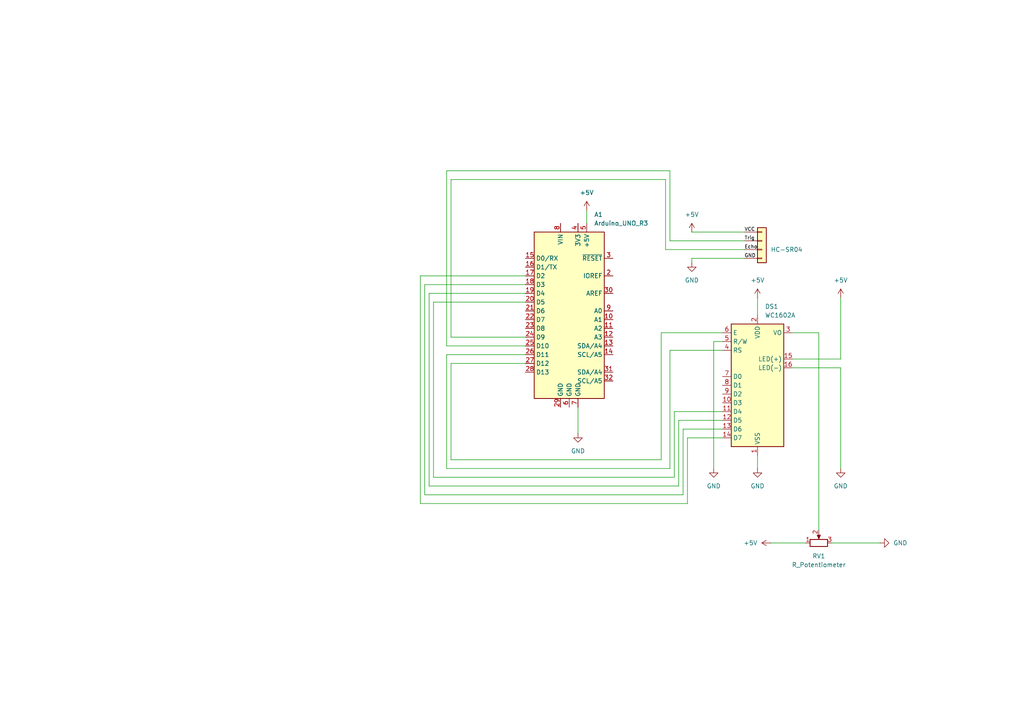
<source format=kicad_sch>
(kicad_sch
	(version 20250114)
	(generator "eeschema")
	(generator_version "9.0")
	(uuid "130d3a1e-101d-439f-b541-be256af67401")
	(paper "A4")
	(title_block
		(title "Gesture Volume Control Paun Flavius Ionut")
		(date "2026-01-30")
	)
	(lib_symbols
		(symbol "Connector_Generic:Conn_01x04"
			(pin_numbers
				(hide yes)
			)
			(pin_names
				(offset 1.016)
				(hide yes)
			)
			(exclude_from_sim no)
			(in_bom yes)
			(on_board yes)
			(property "Reference" "J"
				(at 0 5.08 0)
				(effects
					(font
						(size 1.27 1.27)
					)
				)
			)
			(property "Value" "Conn_01x04"
				(at 0 -7.62 0)
				(effects
					(font
						(size 1.27 1.27)
					)
				)
			)
			(property "Footprint" ""
				(at 0 0 0)
				(effects
					(font
						(size 1.27 1.27)
					)
					(hide yes)
				)
			)
			(property "Datasheet" "~"
				(at 0 0 0)
				(effects
					(font
						(size 1.27 1.27)
					)
					(hide yes)
				)
			)
			(property "Description" "Generic connector, single row, 01x04, script generated (kicad-library-utils/schlib/autogen/connector/)"
				(at 0 0 0)
				(effects
					(font
						(size 1.27 1.27)
					)
					(hide yes)
				)
			)
			(property "ki_keywords" "connector"
				(at 0 0 0)
				(effects
					(font
						(size 1.27 1.27)
					)
					(hide yes)
				)
			)
			(property "ki_fp_filters" "Connector*:*_1x??_*"
				(at 0 0 0)
				(effects
					(font
						(size 1.27 1.27)
					)
					(hide yes)
				)
			)
			(symbol "Conn_01x04_1_1"
				(rectangle
					(start -1.27 3.81)
					(end 1.27 -6.35)
					(stroke
						(width 0.254)
						(type default)
					)
					(fill
						(type background)
					)
				)
				(rectangle
					(start -1.27 2.667)
					(end 0 2.413)
					(stroke
						(width 0.1524)
						(type default)
					)
					(fill
						(type none)
					)
				)
				(rectangle
					(start -1.27 0.127)
					(end 0 -0.127)
					(stroke
						(width 0.1524)
						(type default)
					)
					(fill
						(type none)
					)
				)
				(rectangle
					(start -1.27 -2.413)
					(end 0 -2.667)
					(stroke
						(width 0.1524)
						(type default)
					)
					(fill
						(type none)
					)
				)
				(rectangle
					(start -1.27 -4.953)
					(end 0 -5.207)
					(stroke
						(width 0.1524)
						(type default)
					)
					(fill
						(type none)
					)
				)
				(pin passive line
					(at -5.08 2.54 0)
					(length 3.81)
					(name "Pin_1"
						(effects
							(font
								(size 1.27 1.27)
							)
						)
					)
					(number "1"
						(effects
							(font
								(size 1.27 1.27)
							)
						)
					)
				)
				(pin passive line
					(at -5.08 0 0)
					(length 3.81)
					(name "Pin_2"
						(effects
							(font
								(size 1.27 1.27)
							)
						)
					)
					(number "2"
						(effects
							(font
								(size 1.27 1.27)
							)
						)
					)
				)
				(pin passive line
					(at -5.08 -2.54 0)
					(length 3.81)
					(name "Pin_3"
						(effects
							(font
								(size 1.27 1.27)
							)
						)
					)
					(number "3"
						(effects
							(font
								(size 1.27 1.27)
							)
						)
					)
				)
				(pin passive line
					(at -5.08 -5.08 0)
					(length 3.81)
					(name "Pin_4"
						(effects
							(font
								(size 1.27 1.27)
							)
						)
					)
					(number "4"
						(effects
							(font
								(size 1.27 1.27)
							)
						)
					)
				)
			)
			(embedded_fonts no)
		)
		(symbol "Device:R_Potentiometer"
			(pin_names
				(offset 1.016)
				(hide yes)
			)
			(exclude_from_sim no)
			(in_bom yes)
			(on_board yes)
			(property "Reference" "RV"
				(at -4.445 0 90)
				(effects
					(font
						(size 1.27 1.27)
					)
				)
			)
			(property "Value" "R_Potentiometer"
				(at -2.54 0 90)
				(effects
					(font
						(size 1.27 1.27)
					)
				)
			)
			(property "Footprint" ""
				(at 0 0 0)
				(effects
					(font
						(size 1.27 1.27)
					)
					(hide yes)
				)
			)
			(property "Datasheet" "~"
				(at 0 0 0)
				(effects
					(font
						(size 1.27 1.27)
					)
					(hide yes)
				)
			)
			(property "Description" "Potentiometer"
				(at 0 0 0)
				(effects
					(font
						(size 1.27 1.27)
					)
					(hide yes)
				)
			)
			(property "ki_keywords" "resistor variable"
				(at 0 0 0)
				(effects
					(font
						(size 1.27 1.27)
					)
					(hide yes)
				)
			)
			(property "ki_fp_filters" "Potentiometer*"
				(at 0 0 0)
				(effects
					(font
						(size 1.27 1.27)
					)
					(hide yes)
				)
			)
			(symbol "R_Potentiometer_0_1"
				(rectangle
					(start 1.016 2.54)
					(end -1.016 -2.54)
					(stroke
						(width 0.254)
						(type default)
					)
					(fill
						(type none)
					)
				)
				(polyline
					(pts
						(xy 1.143 0) (xy 2.286 0.508) (xy 2.286 -0.508) (xy 1.143 0)
					)
					(stroke
						(width 0)
						(type default)
					)
					(fill
						(type outline)
					)
				)
				(polyline
					(pts
						(xy 2.54 0) (xy 1.524 0)
					)
					(stroke
						(width 0)
						(type default)
					)
					(fill
						(type none)
					)
				)
			)
			(symbol "R_Potentiometer_1_1"
				(pin passive line
					(at 0 3.81 270)
					(length 1.27)
					(name "1"
						(effects
							(font
								(size 1.27 1.27)
							)
						)
					)
					(number "1"
						(effects
							(font
								(size 1.27 1.27)
							)
						)
					)
				)
				(pin passive line
					(at 0 -3.81 90)
					(length 1.27)
					(name "3"
						(effects
							(font
								(size 1.27 1.27)
							)
						)
					)
					(number "3"
						(effects
							(font
								(size 1.27 1.27)
							)
						)
					)
				)
				(pin passive line
					(at 3.81 0 180)
					(length 1.27)
					(name "2"
						(effects
							(font
								(size 1.27 1.27)
							)
						)
					)
					(number "2"
						(effects
							(font
								(size 1.27 1.27)
							)
						)
					)
				)
			)
			(embedded_fonts no)
		)
		(symbol "Display_Character:WC1602A"
			(exclude_from_sim no)
			(in_bom yes)
			(on_board yes)
			(property "Reference" "DS"
				(at -5.842 19.05 0)
				(effects
					(font
						(size 1.27 1.27)
					)
				)
			)
			(property "Value" "WC1602A"
				(at 5.334 19.05 0)
				(effects
					(font
						(size 1.27 1.27)
					)
				)
			)
			(property "Footprint" "Display:WC1602A"
				(at 0 -22.86 0)
				(effects
					(font
						(size 1.27 1.27)
						(italic yes)
					)
					(hide yes)
				)
			)
			(property "Datasheet" "http://www.wincomlcd.com/pdf/WC1602A-SFYLYHTC06.pdf"
				(at 17.78 0 0)
				(effects
					(font
						(size 1.27 1.27)
					)
					(hide yes)
				)
			)
			(property "Description" "LCD 16x2 Alphanumeric , 8 bit parallel bus, 5V VDD"
				(at 0 0 0)
				(effects
					(font
						(size 1.27 1.27)
					)
					(hide yes)
				)
			)
			(property "ki_keywords" "display LCD dot-matrix"
				(at 0 0 0)
				(effects
					(font
						(size 1.27 1.27)
					)
					(hide yes)
				)
			)
			(property "ki_fp_filters" "*WC*1602A*"
				(at 0 0 0)
				(effects
					(font
						(size 1.27 1.27)
					)
					(hide yes)
				)
			)
			(symbol "WC1602A_1_1"
				(rectangle
					(start -7.62 17.78)
					(end 7.62 -17.78)
					(stroke
						(width 0.254)
						(type default)
					)
					(fill
						(type background)
					)
				)
				(pin input line
					(at -10.16 15.24 0)
					(length 2.54)
					(name "E"
						(effects
							(font
								(size 1.27 1.27)
							)
						)
					)
					(number "6"
						(effects
							(font
								(size 1.27 1.27)
							)
						)
					)
				)
				(pin input line
					(at -10.16 12.7 0)
					(length 2.54)
					(name "R/W"
						(effects
							(font
								(size 1.27 1.27)
							)
						)
					)
					(number "5"
						(effects
							(font
								(size 1.27 1.27)
							)
						)
					)
				)
				(pin input line
					(at -10.16 10.16 0)
					(length 2.54)
					(name "RS"
						(effects
							(font
								(size 1.27 1.27)
							)
						)
					)
					(number "4"
						(effects
							(font
								(size 1.27 1.27)
							)
						)
					)
				)
				(pin input line
					(at -10.16 2.54 0)
					(length 2.54)
					(name "D0"
						(effects
							(font
								(size 1.27 1.27)
							)
						)
					)
					(number "7"
						(effects
							(font
								(size 1.27 1.27)
							)
						)
					)
				)
				(pin input line
					(at -10.16 0 0)
					(length 2.54)
					(name "D1"
						(effects
							(font
								(size 1.27 1.27)
							)
						)
					)
					(number "8"
						(effects
							(font
								(size 1.27 1.27)
							)
						)
					)
				)
				(pin input line
					(at -10.16 -2.54 0)
					(length 2.54)
					(name "D2"
						(effects
							(font
								(size 1.27 1.27)
							)
						)
					)
					(number "9"
						(effects
							(font
								(size 1.27 1.27)
							)
						)
					)
				)
				(pin input line
					(at -10.16 -5.08 0)
					(length 2.54)
					(name "D3"
						(effects
							(font
								(size 1.27 1.27)
							)
						)
					)
					(number "10"
						(effects
							(font
								(size 1.27 1.27)
							)
						)
					)
				)
				(pin input line
					(at -10.16 -7.62 0)
					(length 2.54)
					(name "D4"
						(effects
							(font
								(size 1.27 1.27)
							)
						)
					)
					(number "11"
						(effects
							(font
								(size 1.27 1.27)
							)
						)
					)
				)
				(pin input line
					(at -10.16 -10.16 0)
					(length 2.54)
					(name "D5"
						(effects
							(font
								(size 1.27 1.27)
							)
						)
					)
					(number "12"
						(effects
							(font
								(size 1.27 1.27)
							)
						)
					)
				)
				(pin input line
					(at -10.16 -12.7 0)
					(length 2.54)
					(name "D6"
						(effects
							(font
								(size 1.27 1.27)
							)
						)
					)
					(number "13"
						(effects
							(font
								(size 1.27 1.27)
							)
						)
					)
				)
				(pin input line
					(at -10.16 -15.24 0)
					(length 2.54)
					(name "D7"
						(effects
							(font
								(size 1.27 1.27)
							)
						)
					)
					(number "14"
						(effects
							(font
								(size 1.27 1.27)
							)
						)
					)
				)
				(pin power_in line
					(at 0 20.32 270)
					(length 2.54)
					(name "VDD"
						(effects
							(font
								(size 1.27 1.27)
							)
						)
					)
					(number "2"
						(effects
							(font
								(size 1.27 1.27)
							)
						)
					)
				)
				(pin power_in line
					(at 0 -20.32 90)
					(length 2.54)
					(name "VSS"
						(effects
							(font
								(size 1.27 1.27)
							)
						)
					)
					(number "1"
						(effects
							(font
								(size 1.27 1.27)
							)
						)
					)
				)
				(pin input line
					(at 10.16 15.24 180)
					(length 2.54)
					(name "VO"
						(effects
							(font
								(size 1.27 1.27)
							)
						)
					)
					(number "3"
						(effects
							(font
								(size 1.27 1.27)
							)
						)
					)
				)
				(pin power_in line
					(at 10.16 7.62 180)
					(length 2.54)
					(name "LED(+)"
						(effects
							(font
								(size 1.27 1.27)
							)
						)
					)
					(number "15"
						(effects
							(font
								(size 1.27 1.27)
							)
						)
					)
				)
				(pin power_in line
					(at 10.16 5.08 180)
					(length 2.54)
					(name "LED(-)"
						(effects
							(font
								(size 1.27 1.27)
							)
						)
					)
					(number "16"
						(effects
							(font
								(size 1.27 1.27)
							)
						)
					)
				)
			)
			(embedded_fonts no)
		)
		(symbol "MCU_Module:Arduino_UNO_R3"
			(exclude_from_sim no)
			(in_bom yes)
			(on_board yes)
			(property "Reference" "A"
				(at -10.16 23.495 0)
				(effects
					(font
						(size 1.27 1.27)
					)
					(justify left bottom)
				)
			)
			(property "Value" "Arduino_UNO_R3"
				(at 5.08 -26.67 0)
				(effects
					(font
						(size 1.27 1.27)
					)
					(justify left top)
				)
			)
			(property "Footprint" "Module:Arduino_UNO_R3"
				(at 0 0 0)
				(effects
					(font
						(size 1.27 1.27)
						(italic yes)
					)
					(hide yes)
				)
			)
			(property "Datasheet" "https://www.arduino.cc/en/Main/arduinoBoardUno"
				(at 0 0 0)
				(effects
					(font
						(size 1.27 1.27)
					)
					(hide yes)
				)
			)
			(property "Description" "Arduino UNO Microcontroller Module, release 3"
				(at 0 0 0)
				(effects
					(font
						(size 1.27 1.27)
					)
					(hide yes)
				)
			)
			(property "ki_keywords" "Arduino UNO R3 Microcontroller Module Atmel AVR USB"
				(at 0 0 0)
				(effects
					(font
						(size 1.27 1.27)
					)
					(hide yes)
				)
			)
			(property "ki_fp_filters" "Arduino*UNO*R3*"
				(at 0 0 0)
				(effects
					(font
						(size 1.27 1.27)
					)
					(hide yes)
				)
			)
			(symbol "Arduino_UNO_R3_0_1"
				(rectangle
					(start -10.16 22.86)
					(end 10.16 -25.4)
					(stroke
						(width 0.254)
						(type default)
					)
					(fill
						(type background)
					)
				)
			)
			(symbol "Arduino_UNO_R3_1_1"
				(pin bidirectional line
					(at -12.7 15.24 0)
					(length 2.54)
					(name "D0/RX"
						(effects
							(font
								(size 1.27 1.27)
							)
						)
					)
					(number "15"
						(effects
							(font
								(size 1.27 1.27)
							)
						)
					)
				)
				(pin bidirectional line
					(at -12.7 12.7 0)
					(length 2.54)
					(name "D1/TX"
						(effects
							(font
								(size 1.27 1.27)
							)
						)
					)
					(number "16"
						(effects
							(font
								(size 1.27 1.27)
							)
						)
					)
				)
				(pin bidirectional line
					(at -12.7 10.16 0)
					(length 2.54)
					(name "D2"
						(effects
							(font
								(size 1.27 1.27)
							)
						)
					)
					(number "17"
						(effects
							(font
								(size 1.27 1.27)
							)
						)
					)
				)
				(pin bidirectional line
					(at -12.7 7.62 0)
					(length 2.54)
					(name "D3"
						(effects
							(font
								(size 1.27 1.27)
							)
						)
					)
					(number "18"
						(effects
							(font
								(size 1.27 1.27)
							)
						)
					)
				)
				(pin bidirectional line
					(at -12.7 5.08 0)
					(length 2.54)
					(name "D4"
						(effects
							(font
								(size 1.27 1.27)
							)
						)
					)
					(number "19"
						(effects
							(font
								(size 1.27 1.27)
							)
						)
					)
				)
				(pin bidirectional line
					(at -12.7 2.54 0)
					(length 2.54)
					(name "D5"
						(effects
							(font
								(size 1.27 1.27)
							)
						)
					)
					(number "20"
						(effects
							(font
								(size 1.27 1.27)
							)
						)
					)
				)
				(pin bidirectional line
					(at -12.7 0 0)
					(length 2.54)
					(name "D6"
						(effects
							(font
								(size 1.27 1.27)
							)
						)
					)
					(number "21"
						(effects
							(font
								(size 1.27 1.27)
							)
						)
					)
				)
				(pin bidirectional line
					(at -12.7 -2.54 0)
					(length 2.54)
					(name "D7"
						(effects
							(font
								(size 1.27 1.27)
							)
						)
					)
					(number "22"
						(effects
							(font
								(size 1.27 1.27)
							)
						)
					)
				)
				(pin bidirectional line
					(at -12.7 -5.08 0)
					(length 2.54)
					(name "D8"
						(effects
							(font
								(size 1.27 1.27)
							)
						)
					)
					(number "23"
						(effects
							(font
								(size 1.27 1.27)
							)
						)
					)
				)
				(pin bidirectional line
					(at -12.7 -7.62 0)
					(length 2.54)
					(name "D9"
						(effects
							(font
								(size 1.27 1.27)
							)
						)
					)
					(number "24"
						(effects
							(font
								(size 1.27 1.27)
							)
						)
					)
				)
				(pin bidirectional line
					(at -12.7 -10.16 0)
					(length 2.54)
					(name "D10"
						(effects
							(font
								(size 1.27 1.27)
							)
						)
					)
					(number "25"
						(effects
							(font
								(size 1.27 1.27)
							)
						)
					)
				)
				(pin bidirectional line
					(at -12.7 -12.7 0)
					(length 2.54)
					(name "D11"
						(effects
							(font
								(size 1.27 1.27)
							)
						)
					)
					(number "26"
						(effects
							(font
								(size 1.27 1.27)
							)
						)
					)
				)
				(pin bidirectional line
					(at -12.7 -15.24 0)
					(length 2.54)
					(name "D12"
						(effects
							(font
								(size 1.27 1.27)
							)
						)
					)
					(number "27"
						(effects
							(font
								(size 1.27 1.27)
							)
						)
					)
				)
				(pin bidirectional line
					(at -12.7 -17.78 0)
					(length 2.54)
					(name "D13"
						(effects
							(font
								(size 1.27 1.27)
							)
						)
					)
					(number "28"
						(effects
							(font
								(size 1.27 1.27)
							)
						)
					)
				)
				(pin no_connect line
					(at -10.16 -20.32 0)
					(length 2.54)
					(hide yes)
					(name "NC"
						(effects
							(font
								(size 1.27 1.27)
							)
						)
					)
					(number "1"
						(effects
							(font
								(size 1.27 1.27)
							)
						)
					)
				)
				(pin power_in line
					(at -2.54 25.4 270)
					(length 2.54)
					(name "VIN"
						(effects
							(font
								(size 1.27 1.27)
							)
						)
					)
					(number "8"
						(effects
							(font
								(size 1.27 1.27)
							)
						)
					)
				)
				(pin power_in line
					(at -2.54 -27.94 90)
					(length 2.54)
					(name "GND"
						(effects
							(font
								(size 1.27 1.27)
							)
						)
					)
					(number "29"
						(effects
							(font
								(size 1.27 1.27)
							)
						)
					)
				)
				(pin power_in line
					(at 0 -27.94 90)
					(length 2.54)
					(name "GND"
						(effects
							(font
								(size 1.27 1.27)
							)
						)
					)
					(number "6"
						(effects
							(font
								(size 1.27 1.27)
							)
						)
					)
				)
				(pin power_out line
					(at 2.54 25.4 270)
					(length 2.54)
					(name "3V3"
						(effects
							(font
								(size 1.27 1.27)
							)
						)
					)
					(number "4"
						(effects
							(font
								(size 1.27 1.27)
							)
						)
					)
				)
				(pin power_in line
					(at 2.54 -27.94 90)
					(length 2.54)
					(name "GND"
						(effects
							(font
								(size 1.27 1.27)
							)
						)
					)
					(number "7"
						(effects
							(font
								(size 1.27 1.27)
							)
						)
					)
				)
				(pin power_out line
					(at 5.08 25.4 270)
					(length 2.54)
					(name "+5V"
						(effects
							(font
								(size 1.27 1.27)
							)
						)
					)
					(number "5"
						(effects
							(font
								(size 1.27 1.27)
							)
						)
					)
				)
				(pin input line
					(at 12.7 15.24 180)
					(length 2.54)
					(name "~{RESET}"
						(effects
							(font
								(size 1.27 1.27)
							)
						)
					)
					(number "3"
						(effects
							(font
								(size 1.27 1.27)
							)
						)
					)
				)
				(pin output line
					(at 12.7 10.16 180)
					(length 2.54)
					(name "IOREF"
						(effects
							(font
								(size 1.27 1.27)
							)
						)
					)
					(number "2"
						(effects
							(font
								(size 1.27 1.27)
							)
						)
					)
				)
				(pin input line
					(at 12.7 5.08 180)
					(length 2.54)
					(name "AREF"
						(effects
							(font
								(size 1.27 1.27)
							)
						)
					)
					(number "30"
						(effects
							(font
								(size 1.27 1.27)
							)
						)
					)
				)
				(pin bidirectional line
					(at 12.7 0 180)
					(length 2.54)
					(name "A0"
						(effects
							(font
								(size 1.27 1.27)
							)
						)
					)
					(number "9"
						(effects
							(font
								(size 1.27 1.27)
							)
						)
					)
				)
				(pin bidirectional line
					(at 12.7 -2.54 180)
					(length 2.54)
					(name "A1"
						(effects
							(font
								(size 1.27 1.27)
							)
						)
					)
					(number "10"
						(effects
							(font
								(size 1.27 1.27)
							)
						)
					)
				)
				(pin bidirectional line
					(at 12.7 -5.08 180)
					(length 2.54)
					(name "A2"
						(effects
							(font
								(size 1.27 1.27)
							)
						)
					)
					(number "11"
						(effects
							(font
								(size 1.27 1.27)
							)
						)
					)
				)
				(pin bidirectional line
					(at 12.7 -7.62 180)
					(length 2.54)
					(name "A3"
						(effects
							(font
								(size 1.27 1.27)
							)
						)
					)
					(number "12"
						(effects
							(font
								(size 1.27 1.27)
							)
						)
					)
				)
				(pin bidirectional line
					(at 12.7 -10.16 180)
					(length 2.54)
					(name "SDA/A4"
						(effects
							(font
								(size 1.27 1.27)
							)
						)
					)
					(number "13"
						(effects
							(font
								(size 1.27 1.27)
							)
						)
					)
				)
				(pin bidirectional line
					(at 12.7 -12.7 180)
					(length 2.54)
					(name "SCL/A5"
						(effects
							(font
								(size 1.27 1.27)
							)
						)
					)
					(number "14"
						(effects
							(font
								(size 1.27 1.27)
							)
						)
					)
				)
				(pin bidirectional line
					(at 12.7 -17.78 180)
					(length 2.54)
					(name "SDA/A4"
						(effects
							(font
								(size 1.27 1.27)
							)
						)
					)
					(number "31"
						(effects
							(font
								(size 1.27 1.27)
							)
						)
					)
				)
				(pin bidirectional line
					(at 12.7 -20.32 180)
					(length 2.54)
					(name "SCL/A5"
						(effects
							(font
								(size 1.27 1.27)
							)
						)
					)
					(number "32"
						(effects
							(font
								(size 1.27 1.27)
							)
						)
					)
				)
			)
			(embedded_fonts no)
		)
		(symbol "power:+5V"
			(power)
			(pin_numbers
				(hide yes)
			)
			(pin_names
				(offset 0)
				(hide yes)
			)
			(exclude_from_sim no)
			(in_bom yes)
			(on_board yes)
			(property "Reference" "#PWR"
				(at 0 -3.81 0)
				(effects
					(font
						(size 1.27 1.27)
					)
					(hide yes)
				)
			)
			(property "Value" "+5V"
				(at 0 3.556 0)
				(effects
					(font
						(size 1.27 1.27)
					)
				)
			)
			(property "Footprint" ""
				(at 0 0 0)
				(effects
					(font
						(size 1.27 1.27)
					)
					(hide yes)
				)
			)
			(property "Datasheet" ""
				(at 0 0 0)
				(effects
					(font
						(size 1.27 1.27)
					)
					(hide yes)
				)
			)
			(property "Description" "Power symbol creates a global label with name \"+5V\""
				(at 0 0 0)
				(effects
					(font
						(size 1.27 1.27)
					)
					(hide yes)
				)
			)
			(property "ki_keywords" "global power"
				(at 0 0 0)
				(effects
					(font
						(size 1.27 1.27)
					)
					(hide yes)
				)
			)
			(symbol "+5V_0_1"
				(polyline
					(pts
						(xy -0.762 1.27) (xy 0 2.54)
					)
					(stroke
						(width 0)
						(type default)
					)
					(fill
						(type none)
					)
				)
				(polyline
					(pts
						(xy 0 2.54) (xy 0.762 1.27)
					)
					(stroke
						(width 0)
						(type default)
					)
					(fill
						(type none)
					)
				)
				(polyline
					(pts
						(xy 0 0) (xy 0 2.54)
					)
					(stroke
						(width 0)
						(type default)
					)
					(fill
						(type none)
					)
				)
			)
			(symbol "+5V_1_1"
				(pin power_in line
					(at 0 0 90)
					(length 0)
					(name "~"
						(effects
							(font
								(size 1.27 1.27)
							)
						)
					)
					(number "1"
						(effects
							(font
								(size 1.27 1.27)
							)
						)
					)
				)
			)
			(embedded_fonts no)
		)
		(symbol "power:GND"
			(power)
			(pin_numbers
				(hide yes)
			)
			(pin_names
				(offset 0)
				(hide yes)
			)
			(exclude_from_sim no)
			(in_bom yes)
			(on_board yes)
			(property "Reference" "#PWR"
				(at 0 -6.35 0)
				(effects
					(font
						(size 1.27 1.27)
					)
					(hide yes)
				)
			)
			(property "Value" "GND"
				(at 0 -3.81 0)
				(effects
					(font
						(size 1.27 1.27)
					)
				)
			)
			(property "Footprint" ""
				(at 0 0 0)
				(effects
					(font
						(size 1.27 1.27)
					)
					(hide yes)
				)
			)
			(property "Datasheet" ""
				(at 0 0 0)
				(effects
					(font
						(size 1.27 1.27)
					)
					(hide yes)
				)
			)
			(property "Description" "Power symbol creates a global label with name \"GND\" , ground"
				(at 0 0 0)
				(effects
					(font
						(size 1.27 1.27)
					)
					(hide yes)
				)
			)
			(property "ki_keywords" "global power"
				(at 0 0 0)
				(effects
					(font
						(size 1.27 1.27)
					)
					(hide yes)
				)
			)
			(symbol "GND_0_1"
				(polyline
					(pts
						(xy 0 0) (xy 0 -1.27) (xy 1.27 -1.27) (xy 0 -2.54) (xy -1.27 -1.27) (xy 0 -1.27)
					)
					(stroke
						(width 0)
						(type default)
					)
					(fill
						(type none)
					)
				)
			)
			(symbol "GND_1_1"
				(pin power_in line
					(at 0 0 270)
					(length 0)
					(name "~"
						(effects
							(font
								(size 1.27 1.27)
							)
						)
					)
					(number "1"
						(effects
							(font
								(size 1.27 1.27)
							)
						)
					)
				)
			)
			(embedded_fonts no)
		)
	)
	(wire
		(pts
			(xy 125.73 87.63) (xy 152.4 87.63)
		)
		(stroke
			(width 0)
			(type default)
		)
		(uuid "03aacf40-d59c-4ff0-9ec3-5f06f58fdfb3")
	)
	(wire
		(pts
			(xy 219.71 86.36) (xy 219.71 91.44)
		)
		(stroke
			(width 0)
			(type default)
		)
		(uuid "0ad4561b-77cf-4116-b536-4c7a7c12c37f")
	)
	(wire
		(pts
			(xy 123.19 82.55) (xy 152.4 82.55)
		)
		(stroke
			(width 0)
			(type default)
		)
		(uuid "0f1eeef1-dcd0-4a0e-8d02-8ec1553a3dd2")
	)
	(wire
		(pts
			(xy 243.84 106.68) (xy 243.84 135.89)
		)
		(stroke
			(width 0)
			(type default)
		)
		(uuid "10599b8d-e67b-4ba7-a038-8aaef9c02145")
	)
	(wire
		(pts
			(xy 198.12 124.46) (xy 198.12 143.51)
		)
		(stroke
			(width 0)
			(type default)
		)
		(uuid "140381f2-41ec-4c9e-bc14-4802a16002b0")
	)
	(wire
		(pts
			(xy 223.52 157.48) (xy 233.68 157.48)
		)
		(stroke
			(width 0)
			(type default)
		)
		(uuid "246d4661-b3e0-4891-a340-7190c98ec506")
	)
	(wire
		(pts
			(xy 229.87 104.14) (xy 243.84 104.14)
		)
		(stroke
			(width 0)
			(type default)
		)
		(uuid "27971b99-0609-4c62-a3dd-9a764630b9f8")
	)
	(wire
		(pts
			(xy 215.9 69.85) (xy 194.31 69.85)
		)
		(stroke
			(width 0)
			(type default)
		)
		(uuid "29a18854-eab3-4efd-8763-8ab49d0fdb4d")
	)
	(wire
		(pts
			(xy 198.12 143.51) (xy 123.19 143.51)
		)
		(stroke
			(width 0)
			(type default)
		)
		(uuid "2ac0a44d-62fa-4bd1-9360-bddaf8f10225")
	)
	(wire
		(pts
			(xy 194.31 69.85) (xy 194.31 49.53)
		)
		(stroke
			(width 0)
			(type default)
		)
		(uuid "2f274fcf-31a1-4506-93e2-4218cd711863")
	)
	(wire
		(pts
			(xy 196.85 121.92) (xy 196.85 140.97)
		)
		(stroke
			(width 0)
			(type default)
		)
		(uuid "302c0816-79af-4beb-bf4f-885571f4f3ea")
	)
	(wire
		(pts
			(xy 125.73 138.43) (xy 125.73 87.63)
		)
		(stroke
			(width 0)
			(type default)
		)
		(uuid "35348566-eddb-4c56-9505-e1d8cd1747b6")
	)
	(wire
		(pts
			(xy 209.55 124.46) (xy 198.12 124.46)
		)
		(stroke
			(width 0)
			(type default)
		)
		(uuid "356f7583-a85c-4878-869e-78df943dc413")
	)
	(wire
		(pts
			(xy 209.55 121.92) (xy 196.85 121.92)
		)
		(stroke
			(width 0)
			(type default)
		)
		(uuid "43ac8c79-8c78-437e-b6ae-707516559c21")
	)
	(wire
		(pts
			(xy 196.85 140.97) (xy 124.46 140.97)
		)
		(stroke
			(width 0)
			(type default)
		)
		(uuid "46db3919-5f6a-443e-a5d9-39bebaed31f8")
	)
	(wire
		(pts
			(xy 195.58 119.38) (xy 195.58 138.43)
		)
		(stroke
			(width 0)
			(type default)
		)
		(uuid "4c128ca0-8ba8-49d7-942e-3fd562fa7a93")
	)
	(wire
		(pts
			(xy 243.84 104.14) (xy 243.84 86.36)
		)
		(stroke
			(width 0)
			(type default)
		)
		(uuid "532da420-b718-4484-be6c-c3b07bdfd5ab")
	)
	(wire
		(pts
			(xy 170.18 64.77) (xy 170.18 60.96)
		)
		(stroke
			(width 0)
			(type default)
		)
		(uuid "57b3712f-1f94-4d47-a4e2-1e2179106728")
	)
	(wire
		(pts
			(xy 130.81 52.07) (xy 130.81 97.79)
		)
		(stroke
			(width 0)
			(type default)
		)
		(uuid "5bf40c35-d4de-4c3c-a8dc-c61b084a6ee8")
	)
	(wire
		(pts
			(xy 191.77 96.52) (xy 191.77 133.35)
		)
		(stroke
			(width 0)
			(type default)
		)
		(uuid "5fae63ce-18ce-4c56-b380-8dfa3bd219f0")
	)
	(wire
		(pts
			(xy 123.19 143.51) (xy 123.19 82.55)
		)
		(stroke
			(width 0)
			(type default)
		)
		(uuid "68bd87fe-0c37-4bdf-9966-64a8f72de023")
	)
	(wire
		(pts
			(xy 130.81 97.79) (xy 152.4 97.79)
		)
		(stroke
			(width 0)
			(type default)
		)
		(uuid "69aa243f-631c-4c03-81bf-8fa9080a7e0f")
	)
	(wire
		(pts
			(xy 200.66 67.31) (xy 215.9 67.31)
		)
		(stroke
			(width 0)
			(type default)
		)
		(uuid "71cedeac-e196-4641-9044-95a95898ee96")
	)
	(wire
		(pts
			(xy 207.01 99.06) (xy 207.01 135.89)
		)
		(stroke
			(width 0)
			(type default)
		)
		(uuid "73c7d9e0-1566-4f5b-bb72-e84f4c297759")
	)
	(wire
		(pts
			(xy 121.92 146.05) (xy 121.92 80.01)
		)
		(stroke
			(width 0)
			(type default)
		)
		(uuid "763264df-fd31-4bb5-86d6-281df81a288d")
	)
	(wire
		(pts
			(xy 129.54 49.53) (xy 129.54 100.33)
		)
		(stroke
			(width 0)
			(type default)
		)
		(uuid "8033e2f5-35f4-4321-af7c-c48a6ce2ef7d")
	)
	(wire
		(pts
			(xy 229.87 106.68) (xy 243.84 106.68)
		)
		(stroke
			(width 0)
			(type default)
		)
		(uuid "84f7b901-12f6-4b8a-be49-5203b419cc92")
	)
	(wire
		(pts
			(xy 193.04 72.39) (xy 193.04 52.07)
		)
		(stroke
			(width 0)
			(type default)
		)
		(uuid "87e9d5a9-fa4f-41ee-95a8-8d1295d945ea")
	)
	(wire
		(pts
			(xy 124.46 85.09) (xy 152.4 85.09)
		)
		(stroke
			(width 0)
			(type default)
		)
		(uuid "88eb0464-b614-44fb-9b4a-97267023c6ea")
	)
	(wire
		(pts
			(xy 200.66 74.93) (xy 215.9 74.93)
		)
		(stroke
			(width 0)
			(type default)
		)
		(uuid "8f8988cc-15b7-47df-8200-6036b00e9ac2")
	)
	(wire
		(pts
			(xy 130.81 105.41) (xy 152.4 105.41)
		)
		(stroke
			(width 0)
			(type default)
		)
		(uuid "8fd15f77-238a-4679-9512-fd5268e922b5")
	)
	(wire
		(pts
			(xy 237.49 96.52) (xy 237.49 153.67)
		)
		(stroke
			(width 0)
			(type default)
		)
		(uuid "919ce422-bc91-47e4-a340-ddb53f1e3392")
	)
	(wire
		(pts
			(xy 194.31 101.6) (xy 194.31 135.89)
		)
		(stroke
			(width 0)
			(type default)
		)
		(uuid "91a1f32f-5ae3-4221-b559-acea90c18c19")
	)
	(wire
		(pts
			(xy 129.54 102.87) (xy 129.54 135.89)
		)
		(stroke
			(width 0)
			(type default)
		)
		(uuid "91b53ce5-a307-453b-8e90-165724765cd1")
	)
	(wire
		(pts
			(xy 200.66 74.93) (xy 200.66 76.2)
		)
		(stroke
			(width 0)
			(type default)
		)
		(uuid "924649ba-7399-4789-b901-ba7696126a3d")
	)
	(wire
		(pts
			(xy 219.71 132.08) (xy 219.71 135.89)
		)
		(stroke
			(width 0)
			(type default)
		)
		(uuid "98c93dfa-1a93-43ec-b66d-6759c88f6366")
	)
	(wire
		(pts
			(xy 199.39 127) (xy 199.39 146.05)
		)
		(stroke
			(width 0)
			(type default)
		)
		(uuid "999fa273-be29-4606-8e71-4c5d0a56a068")
	)
	(wire
		(pts
			(xy 193.04 52.07) (xy 130.81 52.07)
		)
		(stroke
			(width 0)
			(type default)
		)
		(uuid "9fc1c4b4-6f07-44e6-a64e-42613101251d")
	)
	(wire
		(pts
			(xy 124.46 140.97) (xy 124.46 85.09)
		)
		(stroke
			(width 0)
			(type default)
		)
		(uuid "a27f1f7c-c712-40b6-b44e-0281bcf112c7")
	)
	(wire
		(pts
			(xy 209.55 99.06) (xy 207.01 99.06)
		)
		(stroke
			(width 0)
			(type default)
		)
		(uuid "a50a0b27-71b8-40a7-80f6-234fa4d97536")
	)
	(wire
		(pts
			(xy 191.77 133.35) (xy 130.81 133.35)
		)
		(stroke
			(width 0)
			(type default)
		)
		(uuid "aabdacfa-74b1-404b-aa92-505c141da3be")
	)
	(wire
		(pts
			(xy 129.54 102.87) (xy 152.4 102.87)
		)
		(stroke
			(width 0)
			(type default)
		)
		(uuid "b66a6fed-087c-44d4-a425-536054a7fb48")
	)
	(wire
		(pts
			(xy 129.54 135.89) (xy 194.31 135.89)
		)
		(stroke
			(width 0)
			(type default)
		)
		(uuid "b6d90967-73ee-4c5d-ac20-8bf3cb88d4dc")
	)
	(wire
		(pts
			(xy 229.87 96.52) (xy 237.49 96.52)
		)
		(stroke
			(width 0)
			(type default)
		)
		(uuid "b6e50671-cbd9-4f4a-a439-ff7d7edde0b4")
	)
	(wire
		(pts
			(xy 241.3 157.48) (xy 255.27 157.48)
		)
		(stroke
			(width 0)
			(type default)
		)
		(uuid "bbf12e5d-0df4-411b-bed8-5e37826e58a1")
	)
	(wire
		(pts
			(xy 194.31 49.53) (xy 129.54 49.53)
		)
		(stroke
			(width 0)
			(type default)
		)
		(uuid "bf3c82a9-080a-4a46-9908-f67febc7bb87")
	)
	(wire
		(pts
			(xy 130.81 133.35) (xy 130.81 105.41)
		)
		(stroke
			(width 0)
			(type default)
		)
		(uuid "c2025c20-fcf1-4cca-a3b0-43add0eacbee")
	)
	(wire
		(pts
			(xy 195.58 138.43) (xy 125.73 138.43)
		)
		(stroke
			(width 0)
			(type default)
		)
		(uuid "c998e0bf-1ec6-494a-8153-40ee17b3cb10")
	)
	(wire
		(pts
			(xy 209.55 119.38) (xy 195.58 119.38)
		)
		(stroke
			(width 0)
			(type default)
		)
		(uuid "ce74de6f-d461-4d03-b81f-827a421ede32")
	)
	(wire
		(pts
			(xy 209.55 127) (xy 199.39 127)
		)
		(stroke
			(width 0)
			(type default)
		)
		(uuid "cf20dd39-2432-4896-9a5e-8e2d5ae65424")
	)
	(wire
		(pts
			(xy 199.39 146.05) (xy 121.92 146.05)
		)
		(stroke
			(width 0)
			(type default)
		)
		(uuid "df2bb262-3786-4c2a-9869-43305351755b")
	)
	(wire
		(pts
			(xy 129.54 100.33) (xy 152.4 100.33)
		)
		(stroke
			(width 0)
			(type default)
		)
		(uuid "e3683c51-be99-490a-ac28-b10af973a702")
	)
	(wire
		(pts
			(xy 215.9 72.39) (xy 193.04 72.39)
		)
		(stroke
			(width 0)
			(type default)
		)
		(uuid "e73a1261-c934-4f8a-9824-c04209afc263")
	)
	(wire
		(pts
			(xy 209.55 96.52) (xy 191.77 96.52)
		)
		(stroke
			(width 0)
			(type default)
		)
		(uuid "e8a35017-61a1-40a9-942a-ea25a6eab271")
	)
	(wire
		(pts
			(xy 209.55 101.6) (xy 194.31 101.6)
		)
		(stroke
			(width 0)
			(type default)
		)
		(uuid "e8a6b111-bd34-468c-99f8-867ee274b43f")
	)
	(wire
		(pts
			(xy 167.64 118.11) (xy 167.64 125.73)
		)
		(stroke
			(width 0)
			(type default)
		)
		(uuid "eaca8c54-72e3-4775-b3fd-070bef855b06")
	)
	(wire
		(pts
			(xy 121.92 80.01) (xy 152.4 80.01)
		)
		(stroke
			(width 0)
			(type default)
		)
		(uuid "f50ce21e-27fa-401b-9315-5f18848957a0")
	)
	(label "GND"
		(at 215.9 74.93 0)
		(effects
			(font
				(size 1.016 1.016)
			)
			(justify left bottom)
		)
		(uuid "26d2ac35-7649-4b8e-885c-bb369d9cb474")
	)
	(label "VCC"
		(at 215.9 67.31 0)
		(effects
			(font
				(size 1.016 1.016)
			)
			(justify left bottom)
		)
		(uuid "58e90bf6-2df8-4a3e-bc8a-b334a29841dd")
	)
	(label "Trig"
		(at 215.9 69.85 0)
		(effects
			(font
				(size 1.016 1.016)
			)
			(justify left bottom)
		)
		(uuid "9ff53d34-e439-4c13-ad16-2b37024a6cc0")
	)
	(label "Echo"
		(at 215.9 72.39 0)
		(effects
			(font
				(size 1.016 1.016)
			)
			(justify left bottom)
		)
		(uuid "b9ba0962-ff93-4ce3-aa30-15aaa58295c5")
	)
	(symbol
		(lib_id "Connector_Generic:Conn_01x04")
		(at 220.98 69.85 0)
		(unit 1)
		(exclude_from_sim no)
		(in_bom yes)
		(on_board yes)
		(dnp no)
		(uuid "10892b9c-3a62-4974-ae57-4e40da506ec0")
		(property "Reference" "VCC1"
			(at 216.662 66.294 0)
			(effects
				(font
					(size 0.762 0.762)
				)
				(justify left)
				(hide yes)
			)
		)
		(property "Value" "HC-SR04"
			(at 223.52 72.3899 0)
			(effects
				(font
					(size 1.27 1.27)
				)
				(justify left)
			)
		)
		(property "Footprint" ""
			(at 220.98 69.85 0)
			(effects
				(font
					(size 1.27 1.27)
				)
				(hide yes)
			)
		)
		(property "Datasheet" "~"
			(at 220.98 69.85 0)
			(effects
				(font
					(size 1.27 1.27)
				)
				(hide yes)
			)
		)
		(property "Description" "Generic connector, single row, 01x04, script generated (kicad-library-utils/schlib/autogen/connector/)"
			(at 220.98 69.85 0)
			(effects
				(font
					(size 1.27 1.27)
				)
				(hide yes)
			)
		)
		(pin "1"
			(uuid "84dbcfcf-a2f7-4d90-9df2-6af1307f7f86")
		)
		(pin "2"
			(uuid "f644f835-7d29-4e87-96c4-dcf646381ba9")
		)
		(pin "3"
			(uuid "f28a50d7-7428-45f1-be21-0e719d774e58")
		)
		(pin "4"
			(uuid "b2be98e2-4f69-4a38-9952-a2c3f9702a7c")
		)
		(instances
			(project ""
				(path "/130d3a1e-101d-439f-b541-be256af67401"
					(reference "VCC1")
					(unit 1)
				)
			)
		)
	)
	(symbol
		(lib_id "power:+5V")
		(at 219.71 86.36 0)
		(unit 1)
		(exclude_from_sim no)
		(in_bom yes)
		(on_board yes)
		(dnp no)
		(fields_autoplaced yes)
		(uuid "323356ff-0a51-4489-b0fd-51fd46629102")
		(property "Reference" "#PWR06"
			(at 219.71 90.17 0)
			(effects
				(font
					(size 1.27 1.27)
				)
				(hide yes)
			)
		)
		(property "Value" "+5V"
			(at 219.71 81.28 0)
			(effects
				(font
					(size 1.27 1.27)
				)
			)
		)
		(property "Footprint" ""
			(at 219.71 86.36 0)
			(effects
				(font
					(size 1.27 1.27)
				)
				(hide yes)
			)
		)
		(property "Datasheet" ""
			(at 219.71 86.36 0)
			(effects
				(font
					(size 1.27 1.27)
				)
				(hide yes)
			)
		)
		(property "Description" "Power symbol creates a global label with name \"+5V\""
			(at 219.71 86.36 0)
			(effects
				(font
					(size 1.27 1.27)
				)
				(hide yes)
			)
		)
		(pin "1"
			(uuid "f82f1544-09be-462c-b3c7-1ff921999c1a")
		)
		(instances
			(project ""
				(path "/130d3a1e-101d-439f-b541-be256af67401"
					(reference "#PWR06")
					(unit 1)
				)
			)
		)
	)
	(symbol
		(lib_id "power:+5V")
		(at 170.18 60.96 0)
		(unit 1)
		(exclude_from_sim no)
		(in_bom yes)
		(on_board yes)
		(dnp no)
		(fields_autoplaced yes)
		(uuid "3398cc5f-8fd2-4cbc-9d80-b8ff1f7f77b6")
		(property "Reference" "#PWR03"
			(at 170.18 64.77 0)
			(effects
				(font
					(size 1.27 1.27)
				)
				(hide yes)
			)
		)
		(property "Value" "+5V"
			(at 170.18 55.88 0)
			(effects
				(font
					(size 1.27 1.27)
				)
			)
		)
		(property "Footprint" ""
			(at 170.18 60.96 0)
			(effects
				(font
					(size 1.27 1.27)
				)
				(hide yes)
			)
		)
		(property "Datasheet" ""
			(at 170.18 60.96 0)
			(effects
				(font
					(size 1.27 1.27)
				)
				(hide yes)
			)
		)
		(property "Description" "Power symbol creates a global label with name \"+5V\""
			(at 170.18 60.96 0)
			(effects
				(font
					(size 1.27 1.27)
				)
				(hide yes)
			)
		)
		(pin "1"
			(uuid "a24140fb-802c-4a81-bfcd-29283529f192")
		)
		(instances
			(project ""
				(path "/130d3a1e-101d-439f-b541-be256af67401"
					(reference "#PWR03")
					(unit 1)
				)
			)
		)
	)
	(symbol
		(lib_id "power:GND")
		(at 207.01 135.89 0)
		(unit 1)
		(exclude_from_sim no)
		(in_bom yes)
		(on_board yes)
		(dnp no)
		(fields_autoplaced yes)
		(uuid "382a3dc7-c780-4bf5-bc0c-4c4598424253")
		(property "Reference" "#PWR07"
			(at 207.01 142.24 0)
			(effects
				(font
					(size 1.27 1.27)
				)
				(hide yes)
			)
		)
		(property "Value" "GND"
			(at 207.01 140.97 0)
			(effects
				(font
					(size 1.27 1.27)
				)
			)
		)
		(property "Footprint" ""
			(at 207.01 135.89 0)
			(effects
				(font
					(size 1.27 1.27)
				)
				(hide yes)
			)
		)
		(property "Datasheet" ""
			(at 207.01 135.89 0)
			(effects
				(font
					(size 1.27 1.27)
				)
				(hide yes)
			)
		)
		(property "Description" "Power symbol creates a global label with name \"GND\" , ground"
			(at 207.01 135.89 0)
			(effects
				(font
					(size 1.27 1.27)
				)
				(hide yes)
			)
		)
		(pin "1"
			(uuid "3ddf53d6-2507-4b11-9aac-fa0badb7f9d0")
		)
		(instances
			(project ""
				(path "/130d3a1e-101d-439f-b541-be256af67401"
					(reference "#PWR07")
					(unit 1)
				)
			)
		)
	)
	(symbol
		(lib_id "power:GND")
		(at 200.66 76.2 0)
		(unit 1)
		(exclude_from_sim no)
		(in_bom yes)
		(on_board yes)
		(dnp no)
		(fields_autoplaced yes)
		(uuid "537f33c2-cde7-4e86-80ba-6e4e5be33b1d")
		(property "Reference" "#PWR04"
			(at 200.66 82.55 0)
			(effects
				(font
					(size 1.27 1.27)
				)
				(hide yes)
			)
		)
		(property "Value" "GND"
			(at 200.66 81.28 0)
			(effects
				(font
					(size 1.27 1.27)
				)
			)
		)
		(property "Footprint" ""
			(at 200.66 76.2 0)
			(effects
				(font
					(size 1.27 1.27)
				)
				(hide yes)
			)
		)
		(property "Datasheet" ""
			(at 200.66 76.2 0)
			(effects
				(font
					(size 1.27 1.27)
				)
				(hide yes)
			)
		)
		(property "Description" "Power symbol creates a global label with name \"GND\" , ground"
			(at 200.66 76.2 0)
			(effects
				(font
					(size 1.27 1.27)
				)
				(hide yes)
			)
		)
		(pin "1"
			(uuid "a60bd608-4c60-4acb-aefd-ac450e332641")
		)
		(instances
			(project ""
				(path "/130d3a1e-101d-439f-b541-be256af67401"
					(reference "#PWR04")
					(unit 1)
				)
			)
		)
	)
	(symbol
		(lib_id "MCU_Module:Arduino_UNO_R3")
		(at 165.1 90.17 0)
		(unit 1)
		(exclude_from_sim no)
		(in_bom yes)
		(on_board yes)
		(dnp no)
		(fields_autoplaced yes)
		(uuid "54ee4d09-73b2-484a-ad16-f0d7b99d0c8e")
		(property "Reference" "A1"
			(at 172.3233 62.23 0)
			(effects
				(font
					(size 1.27 1.27)
				)
				(justify left)
			)
		)
		(property "Value" "Arduino_UNO_R3"
			(at 172.3233 64.77 0)
			(effects
				(font
					(size 1.27 1.27)
				)
				(justify left)
			)
		)
		(property "Footprint" "Module:Arduino_UNO_R3"
			(at 165.1 90.17 0)
			(effects
				(font
					(size 1.27 1.27)
					(italic yes)
				)
				(hide yes)
			)
		)
		(property "Datasheet" "https://www.arduino.cc/en/Main/arduinoBoardUno"
			(at 165.1 90.17 0)
			(effects
				(font
					(size 1.27 1.27)
				)
				(hide yes)
			)
		)
		(property "Description" "Arduino UNO Microcontroller Module, release 3"
			(at 165.1 90.17 0)
			(effects
				(font
					(size 1.27 1.27)
				)
				(hide yes)
			)
		)
		(pin "16"
			(uuid "5123f2ba-bcee-42ad-847a-80ca6b460308")
		)
		(pin "15"
			(uuid "745219ba-a7e3-425c-aff4-6ac80b6ba1cf")
		)
		(pin "17"
			(uuid "7d691051-8b2c-483e-a442-b873b90258e2")
		)
		(pin "18"
			(uuid "7cd32083-e612-40e9-acf0-e1b6c332a117")
		)
		(pin "19"
			(uuid "8937645f-cd01-4fe1-a580-a63b2cb1bf53")
		)
		(pin "11"
			(uuid "07a31fc6-0cf4-4274-aac8-44d61c6f2512")
		)
		(pin "30"
			(uuid "5a16dfaf-7a76-4332-ad2d-f29bfc1434a9")
		)
		(pin "14"
			(uuid "308cf25b-046b-45b0-9462-86c32d45543a")
		)
		(pin "8"
			(uuid "387cef60-71dc-4b50-a1e4-35b91f0b4eb2")
		)
		(pin "7"
			(uuid "33917d40-f8c0-439e-bc93-e8203d0daa82")
		)
		(pin "4"
			(uuid "8ca28439-da38-4635-abb2-ec3af1a869ec")
		)
		(pin "22"
			(uuid "5ec89df7-bf1f-4140-8292-46b5044d39ac")
		)
		(pin "29"
			(uuid "dc47ea15-a3b4-46bc-932b-51c3fb613d7a")
		)
		(pin "27"
			(uuid "e7328327-6da7-4dd1-80c9-b1567b7de0ec")
		)
		(pin "5"
			(uuid "8bab0dfa-2c9c-4d8e-a6a0-4f24a9fe4eb1")
		)
		(pin "24"
			(uuid "dd0b2d38-338a-4162-a59d-28df6b26551e")
		)
		(pin "2"
			(uuid "f032b934-d6ab-410a-a01a-288b096c8f35")
		)
		(pin "21"
			(uuid "577cc1b1-0ca3-4f0b-8e32-70fccb19ba45")
		)
		(pin "6"
			(uuid "0cf0d528-03d3-469b-b0ea-b823368282db")
		)
		(pin "3"
			(uuid "a7d34078-6d15-4e71-b545-4f24d81a943b")
		)
		(pin "25"
			(uuid "3311ff18-3ea9-4f87-aeb4-06783e0414ab")
		)
		(pin "26"
			(uuid "d57b6ed2-a36c-4de4-911a-f4ba2ed8cb9d")
		)
		(pin "1"
			(uuid "26028ef8-afec-4e0e-be31-9813bccd9e20")
		)
		(pin "9"
			(uuid "bcb603dd-156d-484a-b025-bf9ecd76d50d")
		)
		(pin "20"
			(uuid "a999f2f8-d857-411f-b281-e765b99d86d5")
		)
		(pin "23"
			(uuid "016fa1a0-b73e-4e9f-9f49-b4528dd41e26")
		)
		(pin "10"
			(uuid "32b3609c-ffb9-42ad-9c0d-53d666e6c54b")
		)
		(pin "28"
			(uuid "9c792be7-19e5-4caf-98d9-2d6e220d8cdd")
		)
		(pin "12"
			(uuid "e011e4ed-473b-48d0-82dd-5e10236f72b5")
		)
		(pin "13"
			(uuid "c21c5a93-a63d-4d1f-8677-92b62e997402")
		)
		(pin "31"
			(uuid "84f6d6ff-035f-4d21-8732-580171a2a6f9")
		)
		(pin "32"
			(uuid "474bd02e-8831-4d70-99ba-0993dd077b16")
		)
		(instances
			(project ""
				(path "/130d3a1e-101d-439f-b541-be256af67401"
					(reference "A1")
					(unit 1)
				)
			)
		)
	)
	(symbol
		(lib_id "power:GND")
		(at 243.84 135.89 0)
		(unit 1)
		(exclude_from_sim no)
		(in_bom yes)
		(on_board yes)
		(dnp no)
		(fields_autoplaced yes)
		(uuid "5aed082e-f831-40ff-b40c-f7e6a3f0063c")
		(property "Reference" "#PWR09"
			(at 243.84 142.24 0)
			(effects
				(font
					(size 1.27 1.27)
				)
				(hide yes)
			)
		)
		(property "Value" "GND"
			(at 243.84 140.97 0)
			(effects
				(font
					(size 1.27 1.27)
				)
			)
		)
		(property "Footprint" ""
			(at 243.84 135.89 0)
			(effects
				(font
					(size 1.27 1.27)
				)
				(hide yes)
			)
		)
		(property "Datasheet" ""
			(at 243.84 135.89 0)
			(effects
				(font
					(size 1.27 1.27)
				)
				(hide yes)
			)
		)
		(property "Description" "Power symbol creates a global label with name \"GND\" , ground"
			(at 243.84 135.89 0)
			(effects
				(font
					(size 1.27 1.27)
				)
				(hide yes)
			)
		)
		(pin "1"
			(uuid "f399c219-02ff-47ab-b4fe-783fafe54d17")
		)
		(instances
			(project ""
				(path "/130d3a1e-101d-439f-b541-be256af67401"
					(reference "#PWR09")
					(unit 1)
				)
			)
		)
	)
	(symbol
		(lib_id "Display_Character:WC1602A")
		(at 219.71 111.76 0)
		(unit 1)
		(exclude_from_sim no)
		(in_bom yes)
		(on_board yes)
		(dnp no)
		(fields_autoplaced yes)
		(uuid "74abdae0-1de3-4b68-a94a-9059fcd7adf1")
		(property "Reference" "DS1"
			(at 221.8533 88.9 0)
			(effects
				(font
					(size 1.27 1.27)
				)
				(justify left)
			)
		)
		(property "Value" "WC1602A"
			(at 221.8533 91.44 0)
			(effects
				(font
					(size 1.27 1.27)
				)
				(justify left)
			)
		)
		(property "Footprint" "Display:WC1602A"
			(at 219.71 134.62 0)
			(effects
				(font
					(size 1.27 1.27)
					(italic yes)
				)
				(hide yes)
			)
		)
		(property "Datasheet" "http://www.wincomlcd.com/pdf/WC1602A-SFYLYHTC06.pdf"
			(at 237.49 111.76 0)
			(effects
				(font
					(size 1.27 1.27)
				)
				(hide yes)
			)
		)
		(property "Description" "LCD 16x2 Alphanumeric , 8 bit parallel bus, 5V VDD"
			(at 219.71 111.76 0)
			(effects
				(font
					(size 1.27 1.27)
				)
				(hide yes)
			)
		)
		(pin "4"
			(uuid "96cf3756-d3d7-41f0-b1e7-5c04b81e9369")
		)
		(pin "9"
			(uuid "17bcdd61-dc63-4452-a75a-8052e37488c5")
		)
		(pin "1"
			(uuid "db219f55-289e-43c5-a3ba-41dcbe4c57c9")
		)
		(pin "16"
			(uuid "3f2df82c-da35-4ba2-b7b3-769afeeaf904")
		)
		(pin "12"
			(uuid "944295e0-9242-4150-bb8b-7f0326f1e4ac")
		)
		(pin "5"
			(uuid "5d11711d-f784-4221-a04c-73b3c3ec5eb2")
		)
		(pin "6"
			(uuid "811f6fb1-e641-4eb8-9281-10c0c687d465")
		)
		(pin "8"
			(uuid "cff5c443-9811-4763-93d4-44d6b500e2b7")
		)
		(pin "10"
			(uuid "83c66d80-83cc-4ded-993d-97b22a25c262")
		)
		(pin "11"
			(uuid "fb57f5d2-9ec9-42a5-9838-976e95f5bdaf")
		)
		(pin "13"
			(uuid "d93e4f55-fd89-4177-8dd0-6739ae852871")
		)
		(pin "14"
			(uuid "79d77352-a312-437c-8669-34abb5ac3261")
		)
		(pin "7"
			(uuid "1ed3225f-64f7-43d8-9dfc-54ac647ba071")
		)
		(pin "2"
			(uuid "0410a7bb-13fe-4359-b794-8eca7b854a1e")
		)
		(pin "3"
			(uuid "b98f3b6f-080f-4d68-8398-5259782e15dc")
		)
		(pin "15"
			(uuid "75291594-aa0a-40a8-8a9a-1c9eaeacfa08")
		)
		(instances
			(project ""
				(path "/130d3a1e-101d-439f-b541-be256af67401"
					(reference "DS1")
					(unit 1)
				)
			)
		)
	)
	(symbol
		(lib_id "power:+5V")
		(at 200.66 67.31 0)
		(unit 1)
		(exclude_from_sim no)
		(in_bom yes)
		(on_board yes)
		(dnp no)
		(fields_autoplaced yes)
		(uuid "a922e7e8-1539-410d-bfe9-fde38fa03450")
		(property "Reference" "#PWR01"
			(at 200.66 71.12 0)
			(effects
				(font
					(size 1.27 1.27)
				)
				(hide yes)
			)
		)
		(property "Value" "+5V"
			(at 200.66 62.23 0)
			(effects
				(font
					(size 1.27 1.27)
				)
			)
		)
		(property "Footprint" ""
			(at 200.66 67.31 0)
			(effects
				(font
					(size 1.27 1.27)
				)
				(hide yes)
			)
		)
		(property "Datasheet" ""
			(at 200.66 67.31 0)
			(effects
				(font
					(size 1.27 1.27)
				)
				(hide yes)
			)
		)
		(property "Description" "Power symbol creates a global label with name \"+5V\""
			(at 200.66 67.31 0)
			(effects
				(font
					(size 1.27 1.27)
				)
				(hide yes)
			)
		)
		(pin "1"
			(uuid "a8abeece-6680-46fd-9174-523b64742dd8")
		)
		(instances
			(project ""
				(path "/130d3a1e-101d-439f-b541-be256af67401"
					(reference "#PWR01")
					(unit 1)
				)
			)
		)
	)
	(symbol
		(lib_id "Device:R_Potentiometer")
		(at 237.49 157.48 90)
		(unit 1)
		(exclude_from_sim no)
		(in_bom yes)
		(on_board yes)
		(dnp no)
		(fields_autoplaced yes)
		(uuid "ad23e434-be54-4d22-aef9-4560bedf7405")
		(property "Reference" "RV1"
			(at 237.49 161.29 90)
			(effects
				(font
					(size 1.27 1.27)
				)
			)
		)
		(property "Value" "R_Potentiometer"
			(at 237.49 163.83 90)
			(effects
				(font
					(size 1.27 1.27)
				)
			)
		)
		(property "Footprint" ""
			(at 237.49 157.48 0)
			(effects
				(font
					(size 1.27 1.27)
				)
				(hide yes)
			)
		)
		(property "Datasheet" "~"
			(at 237.49 157.48 0)
			(effects
				(font
					(size 1.27 1.27)
				)
				(hide yes)
			)
		)
		(property "Description" "Potentiometer"
			(at 237.49 157.48 0)
			(effects
				(font
					(size 1.27 1.27)
				)
				(hide yes)
			)
		)
		(pin "2"
			(uuid "c21e23e3-870f-4764-8e2d-d6aa080954c8")
		)
		(pin "1"
			(uuid "2eb1c443-c6f0-49dd-b211-6571a88be9e1")
		)
		(pin "3"
			(uuid "2abea40c-a117-489f-8bc3-131a5ef09780")
		)
		(instances
			(project ""
				(path "/130d3a1e-101d-439f-b541-be256af67401"
					(reference "RV1")
					(unit 1)
				)
			)
		)
	)
	(symbol
		(lib_id "power:+5V")
		(at 243.84 86.36 0)
		(unit 1)
		(exclude_from_sim no)
		(in_bom yes)
		(on_board yes)
		(dnp no)
		(fields_autoplaced yes)
		(uuid "aefc0084-67a6-4cbc-be88-1b60d13bf403")
		(property "Reference" "#PWR08"
			(at 243.84 90.17 0)
			(effects
				(font
					(size 1.27 1.27)
				)
				(hide yes)
			)
		)
		(property "Value" "+5V"
			(at 243.84 81.28 0)
			(effects
				(font
					(size 1.27 1.27)
				)
			)
		)
		(property "Footprint" ""
			(at 243.84 86.36 0)
			(effects
				(font
					(size 1.27 1.27)
				)
				(hide yes)
			)
		)
		(property "Datasheet" ""
			(at 243.84 86.36 0)
			(effects
				(font
					(size 1.27 1.27)
				)
				(hide yes)
			)
		)
		(property "Description" "Power symbol creates a global label with name \"+5V\""
			(at 243.84 86.36 0)
			(effects
				(font
					(size 1.27 1.27)
				)
				(hide yes)
			)
		)
		(pin "1"
			(uuid "2b33e511-7387-4d3c-bce9-273844485580")
		)
		(instances
			(project ""
				(path "/130d3a1e-101d-439f-b541-be256af67401"
					(reference "#PWR08")
					(unit 1)
				)
			)
		)
	)
	(symbol
		(lib_id "power:+5V")
		(at 223.52 157.48 90)
		(unit 1)
		(exclude_from_sim no)
		(in_bom yes)
		(on_board yes)
		(dnp no)
		(fields_autoplaced yes)
		(uuid "c80b8e19-37bf-47d3-b66e-e25bbd411a97")
		(property "Reference" "#PWR010"
			(at 227.33 157.48 0)
			(effects
				(font
					(size 1.27 1.27)
				)
				(hide yes)
			)
		)
		(property "Value" "+5V"
			(at 219.71 157.4799 90)
			(effects
				(font
					(size 1.27 1.27)
				)
				(justify left)
			)
		)
		(property "Footprint" ""
			(at 223.52 157.48 0)
			(effects
				(font
					(size 1.27 1.27)
				)
				(hide yes)
			)
		)
		(property "Datasheet" ""
			(at 223.52 157.48 0)
			(effects
				(font
					(size 1.27 1.27)
				)
				(hide yes)
			)
		)
		(property "Description" "Power symbol creates a global label with name \"+5V\""
			(at 223.52 157.48 0)
			(effects
				(font
					(size 1.27 1.27)
				)
				(hide yes)
			)
		)
		(pin "1"
			(uuid "43fd9cb8-1716-4d48-a27d-8520b153ddb9")
		)
		(instances
			(project ""
				(path "/130d3a1e-101d-439f-b541-be256af67401"
					(reference "#PWR010")
					(unit 1)
				)
			)
		)
	)
	(symbol
		(lib_id "power:GND")
		(at 167.64 125.73 0)
		(unit 1)
		(exclude_from_sim no)
		(in_bom yes)
		(on_board yes)
		(dnp no)
		(fields_autoplaced yes)
		(uuid "de14d7df-08bc-4550-b0ce-0b4d46b80252")
		(property "Reference" "#PWR02"
			(at 167.64 132.08 0)
			(effects
				(font
					(size 1.27 1.27)
				)
				(hide yes)
			)
		)
		(property "Value" "GND"
			(at 167.64 130.81 0)
			(effects
				(font
					(size 1.27 1.27)
				)
			)
		)
		(property "Footprint" ""
			(at 167.64 125.73 0)
			(effects
				(font
					(size 1.27 1.27)
				)
				(hide yes)
			)
		)
		(property "Datasheet" ""
			(at 167.64 125.73 0)
			(effects
				(font
					(size 1.27 1.27)
				)
				(hide yes)
			)
		)
		(property "Description" "Power symbol creates a global label with name \"GND\" , ground"
			(at 167.64 125.73 0)
			(effects
				(font
					(size 1.27 1.27)
				)
				(hide yes)
			)
		)
		(pin "1"
			(uuid "65cc3731-91b7-4617-b5ff-b7a11bf8bbbd")
		)
		(instances
			(project ""
				(path "/130d3a1e-101d-439f-b541-be256af67401"
					(reference "#PWR02")
					(unit 1)
				)
			)
		)
	)
	(symbol
		(lib_id "power:GND")
		(at 255.27 157.48 90)
		(unit 1)
		(exclude_from_sim no)
		(in_bom yes)
		(on_board yes)
		(dnp no)
		(fields_autoplaced yes)
		(uuid "edba383d-bed4-40b6-98f1-28103da30000")
		(property "Reference" "#PWR011"
			(at 261.62 157.48 0)
			(effects
				(font
					(size 1.27 1.27)
				)
				(hide yes)
			)
		)
		(property "Value" "GND"
			(at 259.08 157.4799 90)
			(effects
				(font
					(size 1.27 1.27)
				)
				(justify right)
			)
		)
		(property "Footprint" ""
			(at 255.27 157.48 0)
			(effects
				(font
					(size 1.27 1.27)
				)
				(hide yes)
			)
		)
		(property "Datasheet" ""
			(at 255.27 157.48 0)
			(effects
				(font
					(size 1.27 1.27)
				)
				(hide yes)
			)
		)
		(property "Description" "Power symbol creates a global label with name \"GND\" , ground"
			(at 255.27 157.48 0)
			(effects
				(font
					(size 1.27 1.27)
				)
				(hide yes)
			)
		)
		(pin "1"
			(uuid "9f89b929-6ff5-4874-8f0d-67111763f9db")
		)
		(instances
			(project ""
				(path "/130d3a1e-101d-439f-b541-be256af67401"
					(reference "#PWR011")
					(unit 1)
				)
			)
		)
	)
	(symbol
		(lib_id "power:GND")
		(at 219.71 135.89 0)
		(unit 1)
		(exclude_from_sim no)
		(in_bom yes)
		(on_board yes)
		(dnp no)
		(fields_autoplaced yes)
		(uuid "ef992836-95eb-430e-ab4e-00313f716d5c")
		(property "Reference" "#PWR05"
			(at 219.71 142.24 0)
			(effects
				(font
					(size 1.27 1.27)
				)
				(hide yes)
			)
		)
		(property "Value" "GND"
			(at 219.71 140.97 0)
			(effects
				(font
					(size 1.27 1.27)
				)
			)
		)
		(property "Footprint" ""
			(at 219.71 135.89 0)
			(effects
				(font
					(size 1.27 1.27)
				)
				(hide yes)
			)
		)
		(property "Datasheet" ""
			(at 219.71 135.89 0)
			(effects
				(font
					(size 1.27 1.27)
				)
				(hide yes)
			)
		)
		(property "Description" "Power symbol creates a global label with name \"GND\" , ground"
			(at 219.71 135.89 0)
			(effects
				(font
					(size 1.27 1.27)
				)
				(hide yes)
			)
		)
		(pin "1"
			(uuid "9e11412f-d0a1-421c-b51a-9409cbd50db1")
		)
		(instances
			(project ""
				(path "/130d3a1e-101d-439f-b541-be256af67401"
					(reference "#PWR05")
					(unit 1)
				)
			)
		)
	)
	(sheet_instances
		(path "/"
			(page "1")
		)
	)
	(embedded_fonts no)
)

</source>
